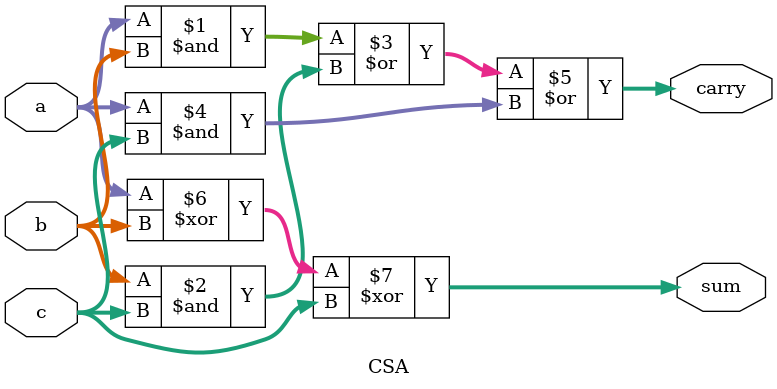
<source format=v>
module CSD_CSA0(
input [15:0] x,
output [31:0] y);

wire [26:0] x_ext = {{11{x[15]}}, x};
wire [26:0] term1 = -(x_ext << 10);
wire [26:0] term2 = x_ext << 8;
wire [26:0] term3 = -(x_ext << 6);
wire [26:0] term4 = -(x_ext << 2);
wire [26:0] term5 = x_ext;

wire [26:0] s1,c1,s2,c2;
CSA #(27) CSA_1(.a(term1) ,.b(term2) ,.c(term3) ,.sum(s1) ,.carry(c1));
CSA #(27) CSA_2(.a(term4) ,.b(term5) ,.c(27'b0) ,.sum(s2) ,.carry(c2));


wire [27:0] s1_ext,c1_ext,s2_ext;
assign s1_ext = {s1[26],s1};
assign c1_ext = {c1,1'b0};
assign s2_ext = {s2[26],s2};
wire [27:0] s3,c3;
CSA #(28) CSA_3(.a(s1_ext) ,.b(s2_ext) ,.c(c1_ext) ,.sum(s3) ,.carry(c3));

wire [28:0] s3_ext,c2_ext,c3_ext;
assign s3_ext = {s3[27],s3};
assign c2_ext = {c2[26],c2,1'b0};
assign c3_ext = {c3,1'b0};
wire [28:0] s4,c4,sum;
CSA #(29) CSA_4(.a(s3_ext) ,.b(c2_ext) ,.c(c3_ext) ,.sum(s4) ,.carry(c4));

assign sum = s4 + (c4 << 1);
assign y = {{3{sum[28]}},sum};

endmodule

module CSD_CSA1(
input [15:0] x,
output [31:0] y);

wire [23:0] x_ext = {{8{x[15]}}, x};
wire [23:0] term1 = -(x_ext << 7);
wire [23:0] term2 = -(x_ext << 4);  
wire [23:0] term3 = -(x_ext << 1); 


wire [23:0] s1,c1,sum;
CSA #(24) CSA_1(.a(term1) ,.b(term2) ,.c(term3) ,.sum(s1) ,.carry(c1));

assign sum = s1 + (c1 << 1);
assign y = {{8{sum[23]}},sum};

endmodule


module CSD_CSA2(
    input  [15:0] x,
    output  [31:0] y
);

wire  [27:0] x_ext = {{12{x[15]}}, x};
    
wire  [27:0] term1 = x_ext << 10; 
wire  [27:0] term2 =   x_ext << 8;   
wire  [27:0] term3 =  -(x_ext << 6);   
wire  [27:0] term4 =  x_ext << 2;
wire  [27:0] term5 =  x_ext;

wire [27:0] s1,c1,s2,c2;
CSA #(28) CSA_1(.a(term1) ,.b(term2) ,.c(term3) ,.sum(s1) ,.carry(c1));
CSA #(28) CSA_2(.a(term4) ,.b(term5) ,.c(28'b0) ,.sum(s2) ,.carry(c2));

wire [28:0] s1_ext,s2_ext,c1_ext;
assign s1_ext = {s1[27],s1};
assign c1_ext = {c1,1'b0};
assign s2_ext = {s2[27],s2};
wire [28:0] s3,c3;
CSA #(29) CSA_3(.a(s1_ext) ,.b(s2_ext) ,.c(c1_ext) ,.sum(s3) ,.carry(c3));

wire [29:0] s3_ext,c2_ext,c3_ext;
assign s3_ext = {s3[28],s3};
assign c2_ext = {c2[27],c2,1'b0};
assign c3_ext = {c3,1'b0};
wire [29:0] s4,c4,sum;
CSA #(30) CSA_4(.a(s3_ext) ,.b(c2_ext) ,.c(c3_ext) ,.sum(s4) ,.carry(c4));

assign sum = s4 + (c4 << 1);
assign y = {{2{sum[29]}},sum};


endmodule

module CSD_CSA3(
    input  [15:0] x,
    output  [31:0] y
);

wire  [24:0] x_ext = {{9{x[15]}}, x};
wire  [24:0] term1 = x_ext << 9;
wire  [24:0] term2 = -(x_ext << 7);
wire  [24:0] term3 = -(x_ext << 4);  
wire  [24:0] term4 = -x_ext;     

wire [24:0] s1, c1;
CSA #(25) CSA_1(
    .a(term1),
    .b(term2),
    .c(term3),
    .sum(s1),
    .carry(c1)
);

wire [25:0] s1_ext = {s1[24], s1};
wire [25:0] c1_ext = {c1, 1'b0};
wire [25:0] term4_ext = {term4[24], term4};

wire [25:0] s2, c2,sum;
CSA #(26) CSA_2(
    .a(s1_ext),
    .b(c1_ext),
    .c(term4_ext),
    .sum(s2),
    .carry(c2)
);
assign sum = s2 + (c2 << 1);
assign y = {{7{sum[25]}},sum};

endmodule

module CSD_CSA4(
input  [15:0] x,
output  [31:0] y);

wire  [27:0] x_ext = {{12{x[15]}}, x};
    
wire  [27:0] term1 = -(x_ext << 11); 
wire  [27:0] term2 =   x_ext << 7;   
wire  [27:0] term3 =  -(x_ext << 5);   
wire  [27:0] term4 =  -(x_ext << 3);
wire  [27:0] term5 =  -x_ext;

wire [27:0] s1,c1,s2,c2;
CSA #(28) CSA_1(.a(term1) ,.b(term2) ,.c(term3) ,.sum(s1) ,.carry(c1));
CSA #(28) CSA_2(.a(term4) ,.b(term5) ,.c(28'b0) ,.sum(s2) ,.carry(c2));

wire [28:0] s1_ext,s2_ext,c1_ext;
assign s1_ext = {s1[27],s1};
assign c1_ext = {c1,1'b0};
assign s2_ext = {s2[27],s2};
wire [28:0] s3,c3;
CSA #(29) CSA_3(.a(s1_ext) ,.b(s2_ext) ,.c(c1_ext) ,.sum(s3) ,.carry(c3));

wire [29:0] s3_ext,c2_ext,c3_ext;
assign s3_ext = {s3[28],s3};
assign c2_ext = {c2[27],c2,1'b0};
assign c3_ext = {c3,1'b0};
wire [29:0] s4,c4,sum;
CSA #(30) CSA_4(.a(s3_ext) ,.b(c2_ext) ,.c(c3_ext) ,.sum(s4) ,.carry(c4));

assign sum = s4 + (c4 << 1);
assign y = {{2{sum[29]}},sum};
endmodule

module CSD_CSA5(
input [15:0] x,
output [31:0] y);

wire [26:0] x_ext = {{11{x[15]}}, x};
    
wire [26:0] term1 = -(x_ext << 10);
wire [26:0] term2 = x_ext << 2;
wire [26:0] term3 = -x_ext;

wire [26:0] s1,c1,sum;
CSA #(27) CSA_1(.a(term1) ,.b(term2) ,.c(term3) ,.sum(s1) ,.carry(c1));

assign sum = s1 + (c1 << 1);
assign y = {{5{sum[26]}},sum};
endmodule

module CSD_CSA6(
    input  [15:0] x,
    output  [31:0] y
);

wire  [27:0] x_ext = {{12{x[15]}}, x};
wire  [27:0] term1 = x_ext << 12; 
wire  [27:0] term2 = -(x_ext << 10);   
wire  [27:0] term3 =  x_ext << 7;
wire  [27:0] term4 = x_ext << 5;  
wire  [27:0] term5 = -(x_ext << 3);  
wire  [27:0] term6 = x_ext << 1;  

wire [27:0] s1,c1,s2,c2;
CSA #(28) CSA_1(.a(term1) ,.b(term2) ,.c(term3) ,.sum(s1) ,.carry(c1));
CSA #(28) CSA_2(.a(term4) ,.b(term5) ,.c(term6) ,.sum(s2) ,.carry(c2));

wire [28:0] s1_ext,s2_ext,c1_ext;
assign s1_ext = {s1[27],s1};
assign c1_ext = {c1,1'b0};
assign s2_ext = {s2[27],s2};
wire [28:0] s3,c3;
CSA #(29) CSA_3(.a(s1_ext) ,.b(s2_ext) ,.c(c1_ext) ,.sum(s3) ,.carry(c3));

wire [29:0] s3_ext,c2_ext,c3_ext;
assign s3_ext = {s3[28],s3};
assign c2_ext = {c2[27],c2,1'b0};
assign c3_ext = {c3,1'b0};
wire [29:0] s4,c4,sum;
CSA #(30) CSA_4(.a(s3_ext) ,.b(c2_ext) ,.c(c3_ext) ,.sum(s4) ,.carry(c4));


assign sum = s4 + (c4 << 1);
assign y = {{3{sum[29]}},sum};


endmodule

module CSD_CSA7(
input [15:0] x,
output [31:0] y);

wire  [27:0] x_ext = {{11{x[15]}}, x};

wire  [27:0] term1 =   x_ext << 11;
wire  [27:0] term2 = x_ext << 8;  
wire  [27:0] term3 = -(x_ext << 6);  
wire  [27:0] term4 = x_ext << 1;  

wire [27:0] s1, c1;
CSA #(28) CSA_1(
    .a(term1),
    .b(term2),
    .c(term3),
    .sum(s1),
    .carry(c1)
);

wire [28:0] s1_ext = {s1[27], s1};
wire [28:0] c1_ext = {c1, 1'b0};
wire [28:0] term4_ext = {term4[27], term4};

wire [28:0] s2, c2,sum;
CSA #(29) CSA_2(
    .a(s1_ext),
    .b(c1_ext),
    .c(term4_ext),
    .sum(s2),
    .carry(c2)
);
assign sum = s2 + (c2 << 1);
assign y = {{4{sum[27]}},sum};

endmodule

module CSD_CSA8(
input  [15:0] x,
output  [31:0] y);

wire  [28:0] x_ext = {{13{x[15]}}, x};
wire  [28:0] term1 = -(x_ext << 12); 
wire  [28:0] term2 = -(x_ext << 10);   
wire  [28:0] term3 = -(x_ext << 8);
wire  [28:0] term4 = -(x_ext << 5);  
wire  [28:0] term5 = -(x_ext << 3);  
wire  [28:0] term6 = x_ext;  

wire [28:0] s1,c1,s2,c2;
CSA #(29) CSA_1(.a(term1) ,.b(term2) ,.c(term3) ,.sum(s1) ,.carry(c1));
CSA #(29) CSA_2(.a(term4) ,.b(term5) ,.c(term6) ,.sum(s2) ,.carry(c2));

wire [29:0] s1_ext,s2_ext,c1_ext;
assign s1_ext = {s1[28],s1};
assign c1_ext = {c1,1'b0};
assign s2_ext = {s2[28],s2};
wire [29:0] s3,c3;
CSA #(30) CSA_3(.a(s1_ext) ,.b(s2_ext) ,.c(c1_ext) ,.sum(s3) ,.carry(c3));

wire [30:0] s3_ext,c2_ext,c3_ext;
assign s3_ext = {s3[29],s3};
assign c2_ext = {c2[28],c2,1'b0};
assign c3_ext = {c3,1'b0};
wire [30:0] s4,c4,sum;
CSA #(31) CSA_4(.a(s3_ext) ,.b(c2_ext) ,.c(c3_ext) ,.sum(s4) ,.carry(c4));


assign sum = s4 + (c4 << 1);
assign y = {{2{sum[30]}},sum};

endmodule


module CSD_CSA9(
input  [15:0] x,
output  [31:0] y);

wire  [29:0] x_ext = {{14{x[15]}}, x};
wire  [29:0] term1 = -(x_ext << 13); 
wire  [29:0] term2 = x_ext << 11;   
wire  [29:0] term3 = x_ext << 9;
wire  [29:0] term4 = x_ext << 6;  
wire  [29:0] term5 = x_ext << 4;  
wire  [29:0] term6 = x_ext << 2;  

wire [29:0] s1,c1,s2,c2;
CSA #(30) CSA_1(.a(term1) ,.b(term2) ,.c(term3) ,.sum(s1) ,.carry(c1));
CSA #(30) CSA_2(.a(term4) ,.b(term5) ,.c(term6) ,.sum(s2) ,.carry(c2));

wire [30:0] s1_ext,s2_ext,c1_ext;
assign s1_ext = {s1[29],s1};
assign c1_ext = {c1,1'b0};
assign s2_ext = {s2[29],s2};
wire [30:0] s3,c3;
CSA #(31) CSA_3(.a(s1_ext) ,.b(s2_ext) ,.c(c1_ext) ,.sum(s3) ,.carry(c3));

wire [31:0] s3_ext,c2_ext,c3_ext;
assign s3_ext = {s3[30],s3};
assign c2_ext = {c2[29],c2,1'b0};
assign c3_ext = {c3,1'b0};
wire [31:0] s4,c4;
CSA #(32) CSA_4(.a(s3_ext) ,.b(c2_ext) ,.c(c3_ext) ,.sum(s4) ,.carry(c4));


assign y = s4 + (c4 << 1);

endmodule

module CSD_CSA10(
input  [15:0] x,
output  [31:0] y);

wire  [29:0] x_ext = {{14{x[15]}}, x};
wire  [29:0] term1 = x_ext << 14; 
wire  [29:0] term2 = -(x_ext << 12); 
wire  [29:0] term3 = x_ext << 8;   
wire  [29:0] term4 = -(x_ext << 6);
wire  [29:0] term5 = x_ext << 4;  
wire  [29:0] term6 = -(x_ext << 2) ; 
wire  [29:0] term7 = -x_ext;

wire [29:0] s1,c1,s2,c2;
CSA #(30) CSA_1(.a(term1) ,.b(term2) ,.c(term3) ,.sum(s1) ,.carry(c1));
CSA #(30) CSA_2(.a(term4) ,.b(term5) ,.c(term6) ,.sum(s2) ,.carry(c2));

wire [30:0] s1_ext,s2_ext,c1_ext,c2_ext;
assign s1_ext = {s1[29],s1};
assign c1_ext = {c1,1'b0};
assign s2_ext = {s2[29],s2};
assign c2_ext = {c2,1'b0};
wire [30:0] s3,c3,s4,c4;
CSA #(31) CSA_3(.a(s1_ext) ,.b(s2_ext) ,.c(c1_ext) ,.sum(s3) ,.carry(c3));
CSA #(31) CSA_4(.a({term7[29],term7}) ,.b(31'b0) ,.c(c2_ext) ,.sum(s4) ,.carry(c4));

wire [31:0] s3_ext,c3_ext,c4_ext;
assign s3_ext = {s3[30],s3};
assign c3_ext = {c3,1'b0};
assign c4_ext = {c4,1'b0};
wire [31:0] s5,c5;
CSA #(32) CSA_5(.a(s3_ext) ,.b(c3_ext) ,.c(c4_ext) ,.sum(s5) ,.carry(c5));

wire [32:0] s5_ext,c5_ext,s4_ext;
assign s5_ext = {s5[31],s5};
assign c5_ext = {c5,1'b0};
assign s4_ext = {{2{s4[30]}},s4};
wire [32:0] s6,c6,sum;
CSA #(33) CSA_6(.a(s4_ext) ,.b(c5_ext) ,.c(s5_ext) ,.sum(s6) ,.carry(c6));

assign y = s6 + (c6 << 1);
endmodule


module CSD_CSA11(
    input  [15:0] x,
    output  [31:0] y
);

wire  [30:0] x_ext = {{15{x[15]}}, x};

wire  [30:0] term1 =   x_ext << 15;
wire  [30:0] term2 = x_ext << 10;  
wire  [30:0] term3 = -(x_ext << 3);  
wire  [30:0] term4 = -(x_ext << 1);  

wire [30:0] s1, c1;
CSA #(31) CSA_1(
    .a(term1),
    .b(term2),
    .c(term3),
    .sum(s1),
    .carry(c1)
);

wire [31:0] s1_ext = {s1[30], s1};
wire [31:0] c1_ext = {c1, 1'b0};
wire [31:0] term4_ext = {term4[30], term4};

wire [31:0] s2, c2;
CSA #(32) CSA_2(
    .a(s1_ext),
    .b(c1_ext),
    .c(term4_ext),
    .sum(s2),
    .carry(c2)
);
assign y = s2 + (c2 << 1);
endmodule

module CSD_CSA12(
input [16:0] x,
output [32:0] y);

wire [26:0] x_ext = {{10{x[16]}}, x};
    
wire [26:0] term1 = x_ext << 9;
wire [26:0] term2 = -(x_ext << 7);
wire [26:0] term3 = x_ext << 1;

wire [26:0] s1,c1,sum;
CSA #(27) CSA_1(.a(term1) ,.b(term2) ,.c(term3) ,.sum(s1) ,.carry(c1));

assign sum = s1 + (c1 << 1);
assign y = {{6{sum[26]}},sum};
endmodule

module CSD_CSA13(
    input  [16:0] x,
    output  [32:0] y
);

wire  [29:0] x_ext = {{13{x[16]}}, x};
wire  [29:0] term1 = x_ext << 13; 
wire  [29:0] term2 = -(x_ext << 10);   
wire  [29:0] term3 = -(x_ext << 7);
wire  [29:0] term4 = x_ext << 5;  
wire  [29:0] term5 = x_ext << 2;  
wire  [29:0] term6 = x_ext;  

wire [29:0] s1,c1,s2,c2;
CSA #(30) CSA_1(.a(term1) ,.b(term2) ,.c(term3) ,.sum(s1) ,.carry(c1));
CSA #(30) CSA_2(.a(term4) ,.b(term5) ,.c(term6) ,.sum(s2) ,.carry(c2));

wire [30:0] s1_ext,s2_ext,c1_ext;
assign s1_ext = {s1[29],s1};
assign c1_ext = {c1,1'b0};
assign s2_ext = {s2[29],s2};
wire [30:0] s3,c3;
CSA #(31) CSA_3(.a(s1_ext) ,.b(s2_ext) ,.c(c1_ext) ,.sum(s3) ,.carry(c3));

wire [31:0] s3_ext,c2_ext,c3_ext;
assign s3_ext = {s3[30],s3};
assign c2_ext = {c2[29],c2,1'b0};
assign c3_ext = {c3,1'b0};
wire [31:0] s4,c4,sum;
CSA #(32) CSA_4(.a(s3_ext) ,.b(c2_ext) ,.c(c3_ext) ,.sum(s4) ,.carry(c4));

assign sum = s4 + (c4 << 1);
assign y = {{2{sum[31]}},sum};
endmodule

module CSD_CSA14(
input [16:0] x,
output [32:0] y);

wire [28:0] x_ext = {{12{x[16]}}, x};
wire [28:0] term1 = x_ext << 10;
wire [28:0] term2 = x_ext << 8;
wire [28:0] term3 = -(x_ext << 6);
wire [28:0] term4 =   x_ext << 3;
wire [28:0] term5 = -(x_ext << 1);

wire [28:0] s1,c1,s2,c2;
CSA #(29) CSA_1(.a(term1) ,.b(term2) ,.c(term3) ,.sum(s1) ,.carry(c1));
CSA #(29) CSA_2(.a(term4) ,.b(term5) ,.c(29'b0) ,.sum(s2) ,.carry(c2));


wire [29:0] s1_ext,c1_ext,s2_ext;
assign s1_ext = {s1[28],s1};
assign c1_ext = {c1,1'b0};
assign s2_ext = {s2[28],s2};
wire [29:0] s3,c3;
CSA #(30) CSA_3(.a(s1_ext) ,.b(s2_ext) ,.c(c1_ext) ,.sum(s3) ,.carry(c3));

wire [30:0] s3_ext,c2_ext,c3_ext;
assign s3_ext = {s3[29],s3};
assign c2_ext = {c2[28],c2,1'b0};
assign c3_ext = {c3,1'b0};
wire [30:0] s4,c4,sum;
CSA #(31) CSA_4(.a(s3_ext) ,.b(c2_ext) ,.c(c3_ext) ,.sum(s4) ,.carry(c4));

assign sum = s4 + (c4 << 1);
assign y = {{2{sum[30]}},sum};

endmodule

module CSD_CSA15(
    input  [16:0] x,
    output  [32:0] y
);

wire  [26:0] x_ext = {{10{x[16]}}, x};
wire  [26:0] term1 = x_ext << 8;
wire  [26:0] term2 = -(x_ext << 5);
wire  [26:0] term3 = -(x_ext << 2);  
wire  [26:0] term4 = x_ext;     

wire [26:0] s1, c1;
CSA #(27) CSA_1(
    .a(term1),
    .b(term2),
    .c(term3),
    .sum(s1),
    .carry(c1)
);

wire [27:0] s1_ext = {s1[26], s1};
wire [27:0] c1_ext = {c1, 1'b0};
wire [27:0] term4_ext = {term4[26], term4};

wire [27:0] s2, c2,sum;
CSA #(28) CSA_2(
    .a(s1_ext),
    .b(c1_ext),
    .c(term4_ext),
    .sum(s2),
    .carry(c2)
);
assign sum = s2 + (c2 << 1);
assign y = {{5{sum[27]}},sum};

endmodule

module CSD_CSA16(
    input  [16:0] x,
    output  [32:0] y
);

wire  [31:0] x_ext = {{15{x[16]}}, x};
wire  [31:0] term1 = x_ext << 15; 
wire  [31:0] term2 = -(x_ext << 12);   
wire  [31:0] term3 = -(x_ext << 9);
wire  [31:0] term4 = x_ext << 6;  
wire  [31:0] term5 = x_ext << 3;  
wire  [31:0] term6 = x_ext << 1;  

wire [31:0] s1,c1,s2,c2;
CSA #(32) CSA_1(.a(term1) ,.b(term2) ,.c(term3) ,.sum(s1) ,.carry(c1));
CSA #(32) CSA_2(.a(term4) ,.b(term5) ,.c(term6) ,.sum(s2) ,.carry(c2));

wire [32:0] s1_ext,s2_ext,c1_ext;
assign s1_ext = {s1[31],s1};
assign c1_ext = {c1,1'b0};
assign s2_ext = {s2[31],s2};
wire [32:0] s3,c3;
CSA #(33) CSA_3(.a(s1_ext) ,.b(s2_ext) ,.c(c1_ext) ,.sum(s3) ,.carry(c3));

wire [33:0] s3_ext,c2_ext,c3_ext;
assign s3_ext = {s3[32],s3};
assign c2_ext = {c2[31],c2,1'b0};
assign c3_ext = {c3,1'b0};
wire [33:0] s4,c4;
CSA #(34) CSA_4(.a(s3_ext) ,.b(c2_ext) ,.c(c3_ext) ,.sum(s4) ,.carry(c4));

assign y = s4 + (c4 << 1);
endmodule

module CSD_CSA17(
    input  [16:0] x,
    output  [32:0] y
);

wire  [26:0] x_ext = {{10{x[16]}}, x};
wire  [26:0] term1 = x_ext << 10;
wire  [26:0] term2 = x_ext << 8;
wire  [26:0] term3 = -(x_ext << 4);  
wire  [26:0] term4 = x_ext << 1;     

wire [26:0] s1, c1;
CSA #(27) CSA_1(
    .a(term1),
    .b(term2),
    .c(term3),
    .sum(s1),
    .carry(c1)
);

wire [27:0] s1_ext = {s1[26], s1};
wire [27:0] c1_ext = {c1, 1'b0};
wire [27:0] term4_ext = {term4[26], term4};

wire [27:0] s2, c2,sum;
CSA #(28) CSA_2(
    .a(s1_ext),
    .b(c1_ext),
    .c(term4_ext),
    .sum(s2),
    .carry(c2)
);
assign sum = s2 + (c2 << 1);
assign y = {{5{sum[27]}},sum};
endmodule

module CSD_CSA18(
    input  [16:0] x,
    output  [32:0] y
);

wire  [27:0] x_ext = {{11{x[16]}}, x};
wire  [27:0] term1 = -(x_ext << 10);
wire  [27:0] term2 = -(x_ext << 7);
wire  [27:0] term3 = -(x_ext << 4);  
wire  [27:0] term4 = x_ext << 1;     

wire [27:0] s1, c1;
CSA #(28) CSA_1(
    .a(term1),
    .b(term2),
    .c(term3),
    .sum(s1),
    .carry(c1)
);

wire [28:0] s1_ext = {s1[27], s1};
wire [28:0] c1_ext = {c1, 1'b0};
wire [28:0] term4_ext = {term4[27], term4};

wire [28:0] s2, c2,sum;
CSA #(29) CSA_2(
    .a(s1_ext),
    .b(c1_ext),
    .c(term4_ext),
    .sum(s2),
    .carry(c2)
);
assign sum = s2 + (c2 << 1);
assign y = {{4{sum[28]}},sum};

endmodule

module CSD_CSA19(
input [16:0] x,
output [32:0] y);

wire [29:0] x_ext = {{13{x[16]}}, x};
wire [29:0] term1 = x_ext << 13;
wire [29:0] term2 = -(x_ext << 10);
wire [29:0] term3 = -(x_ext << 8);
wire [29:0] term4 =   x_ext << 5;
wire [29:0] term5 = -x_ext;

wire [29:0] s1,c1,s2,c2;
CSA #(30) CSA_1(.a(term1) ,.b(term2) ,.c(term3) ,.sum(s1) ,.carry(c1));
CSA #(30) CSA_2(.a(term4) ,.b(term5) ,.c(30'b0) ,.sum(s2) ,.carry(c2));

wire [30:0] s1_ext,c1_ext,s2_ext;
assign s1_ext = {s1[29],s1};
assign c1_ext = {c1,1'b0};
assign s2_ext = {s2[29],s2};
wire [30:0] s3,c3;
CSA #(31) CSA_3(.a(s1_ext) ,.b(s2_ext) ,.c(c1_ext) ,.sum(s3) ,.carry(c3));

wire [31:0] s3_ext,c2_ext,c3_ext;
assign s3_ext = {s3[30],s3};
assign c2_ext = {c2[29],c2,1'b0};
assign c3_ext = {c3,1'b0};
wire [31:0] s4,c4,sum;
CSA #(32) CSA_4(.a(s3_ext) ,.b(c2_ext) ,.c(c3_ext) ,.sum(s4) ,.carry(c4));

assign sum = s4 + (c4 << 1);
assign y = {sum[31],sum};
endmodule

module CSD_CSA20(
input [16:0] x,
output [32:0] y);

wire [28:0] x_ext = {{12{x[16]}}, x};
wire [28:0] term1 = x_ext << 12;
wire [28:0] term2 = x_ext << 9;
wire [28:0] term3 = -(x_ext << 7);
wire [28:0] term4 = -(x_ext << 5);
wire [28:0] term5 = -x_ext;

wire [28:0] s1,c1,s2,c2;
CSA #(29) CSA_1(.a(term1) ,.b(term2) ,.c(term3) ,.sum(s1) ,.carry(c1));
CSA #(29) CSA_2(.a(term4) ,.b(term5) ,.c(29'b0) ,.sum(s2) ,.carry(c2));

wire [29:0] s1_ext,c1_ext,s2_ext;
assign s1_ext = {s1[28],s1};
assign c1_ext = {c1,1'b0};
assign s2_ext = {s2[28],s2};
wire [29:0] s3,c3;
CSA #(30) CSA_3(.a(s1_ext) ,.b(s2_ext) ,.c(c1_ext) ,.sum(s3) ,.carry(c3));

wire [30:0] s3_ext,c2_ext,c3_ext;
assign s3_ext = {s3[29],s3};
assign c2_ext = {c2[28],c2,1'b0};
assign c3_ext = {c3,1'b0};
wire [30:0] s4,c4,sum;
CSA #(31) CSA_4(.a(s3_ext) ,.b(c2_ext) ,.c(c3_ext) ,.sum(s4) ,.carry(c4));

assign sum = s4 + (c4 << 1);
assign y = {{2{sum[30]}},sum};

endmodule

module CSD_CSA21(
input [16:0] x,
output [32:0] y);

wire [28:0] x_ext = {{12{x[16]}}, x};
wire [28:0] term1 = -(x_ext << 10);
wire [28:0] term2 = x_ext << 6;
wire [28:0] term3 = -(x_ext << 4);
wire [28:0] term4 = -(x_ext << 2);
wire [28:0] term5 = -x_ext;

wire [28:0] s1,c1,s2,c2;
CSA #(29) CSA_1(.a(term1) ,.b(term2) ,.c(term3) ,.sum(s1) ,.carry(c1));
CSA #(29) CSA_2(.a(term4) ,.b(term5) ,.c(29'b0) ,.sum(s2) ,.carry(c2));

wire [29:0] s1_ext,c1_ext,s2_ext;
assign s1_ext = {s1[28],s1};
assign c1_ext = {c1,1'b0};
assign s2_ext = {s2[28],s2};
wire [29:0] s3,c3;
CSA #(30) CSA_3(.a(s1_ext) ,.b(s2_ext) ,.c(c1_ext) ,.sum(s3) ,.carry(c3));

wire [30:0] s3_ext,c2_ext,c3_ext;
assign s3_ext = {s3[29],s3};
assign c2_ext = {c2[28],c2,1'b0};
assign c3_ext = {c3,1'b0};
wire [30:0] s4,c4,sum;
CSA #(31) CSA_4(.a(s3_ext) ,.b(c2_ext) ,.c(c3_ext) ,.sum(s4) ,.carry(c4));

assign sum = s4 + (c4 << 1);
assign y = {{2{sum[30]}},sum};
endmodule

module CSD_CSA22(
input  [16:0] x,
output  [32:0] y);

wire  [31:0] x_ext = {{15{x[16]}}, x};
wire  [31:0] term1 = -(x_ext << 14); 
wire  [31:0] term2 = x_ext << 12; 
wire  [31:0] term3 = x_ext << 10;   
wire  [31:0] term4 = x_ext << 8;
wire  [31:0] term5 = x_ext << 6;  
wire  [31:0] term6 = -(x_ext << 4); 
wire  [31:0] term7 = -(x_ext << 2);
wire  [31:0] term8 = x_ext;

wire [31:0] s1,c1,s2,c2;
CSA #(32) CSA_1(.a(term1) ,.b(term2) ,.c(term3) ,.sum(s1) ,.carry(c1));
CSA #(32) CSA_2(.a(term4) ,.b(term5) ,.c(term6) ,.sum(s2) ,.carry(c2));

wire [32:0] s1_ext,s2_ext,c1_ext,c2_ext;
assign s1_ext = {s1[31],s1};
assign c1_ext = {c1,1'b0};
assign s2_ext = {s2[31],s2};
assign c2_ext = {c2,1'b0};
wire [32:0] s3,c3,s4,c4;
CSA #(33) CSA_3(.a(s1_ext) ,.b(s2_ext) ,.c(c1_ext) ,.sum(s3) ,.carry(c3));
CSA #(33) CSA_4(.a({term7[31],term7}) ,.b({term8[31],term8}) ,.c(c2_ext) ,.sum(s4) ,.carry(c4));

wire [33:0] s3_ext,c3_ext,c4_ext;
assign s3_ext = {s3[32],s3};
assign c3_ext = {c3,1'b0};
assign c4_ext = {c4,1'b0};
wire [33:0] s5,c5;
CSA #(34) CSA_5(.a(s3_ext) ,.b(c3_ext) ,.c(c4_ext) ,.sum(s5) ,.carry(c5));

wire [34:0] s5_ext,c5_ext,s4_ext;
assign s5_ext = {s5[33],s5};
assign c5_ext = {c5,1'b0};
assign s4_ext = {{2{s4[32]}},s4};
wire [34:0] s6,c6,sum;
CSA #(35) CSA_6(.a(s4_ext) ,.b(c5_ext) ,.c(s5_ext) ,.sum(s6) ,.carry(c6));

assign y = s6 + (c6 << 1);
endmodule

module CSD_CSA23(
    input  [16:0] x,
    output  [32:0] y
);

wire  [31:0] x_ext = {{15{x[16]}}, x};
wire  [31:0] term1 = x_ext << 13; 
wire  [31:0] term2 = -(x_ext << 11);   
wire  [31:0] term3 = -(x_ext << 9);
wire  [31:0] term4 = -(x_ext << 7);  
wire  [31:0] term5 = -(x_ext << 5);  
wire  [31:0] term6 = -(x_ext << 2);  

wire [31:0] s1,c1,s2,c2;
CSA #(32) CSA_1(.a(term1) ,.b(term2) ,.c(term3) ,.sum(s1) ,.carry(c1));
CSA #(32) CSA_2(.a(term4) ,.b(term5) ,.c(term6) ,.sum(s2) ,.carry(c2));

wire [32:0] s1_ext,s2_ext,c1_ext;
assign s1_ext = {s1[31],s1};
assign c1_ext = {c1,1'b0};
assign s2_ext = {s2[31],s2};
wire [32:0] s3,c3;
CSA #(33) CSA_3(.a(s1_ext) ,.b(s2_ext) ,.c(c1_ext) ,.sum(s3) ,.carry(c3));

wire [33:0] s3_ext,c2_ext,c3_ext;
assign s3_ext = {s3[32],s3};
assign c2_ext = {c2[31],c2,1'b0};
assign c3_ext = {c3,1'b0};
wire [33:0] s4,c4;
CSA #(34) CSA_4(.a(s3_ext) ,.b(c2_ext) ,.c(c3_ext) ,.sum(s4) ,.carry(c4));

assign y = s4 + (c4 << 1);
endmodule

module CSD_CSA24(
input [16:0] x,
output [32:0] y);

wire [29:0] x_ext = {{13{x[16]}}, x};
wire [29:0] term1 = -(x_ext << 12);
wire [29:0] term2 = x_ext << 10;
wire [29:0] term3 = x_ext << 8;
wire [29:0] term4 = x_ext << 4;
wire [29:0] term5 = x_ext << 2;

wire [29:0] s1,c1,s2,c2;
CSA #(30) CSA_1(.a(term1) ,.b(term2) ,.c(term3) ,.sum(s1) ,.carry(c1));
CSA #(30) CSA_2(.a(term4) ,.b(term5) ,.c(30'b0) ,.sum(s2) ,.carry(c2));

wire [30:0] s1_ext,c1_ext,s2_ext;
assign s1_ext = {s1[29],s1};
assign c1_ext = {c1,1'b0};
assign s2_ext = {s2[29],s2};
wire [30:0] s3,c3;
CSA #(31) CSA_3(.a(s1_ext) ,.b(s2_ext) ,.c(c1_ext) ,.sum(s3) ,.carry(c3));

wire [31:0] s3_ext,c2_ext,c3_ext;
assign s3_ext = {s3[30],s3};
assign c2_ext = {c2[29],c2,1'b0};
assign c3_ext = {c3,1'b0};
wire [31:0] s4,c4,sum;
CSA #(32) CSA_4(.a(s3_ext) ,.b(c2_ext) ,.c(c3_ext) ,.sum(s4) ,.carry(c4));

assign sum = s4 + (c4 << 1);
assign y = {sum[31],sum};
endmodule

module CSD_CSA25(
input [16:0] x,
output [32:0] y);

wire [31:0] x_ext = {{15{x[16]}}, x};
wire [31:0] term1 = x_ext << 15;
wire [31:0] term2 = -(x_ext << 12);
wire [31:0] term3 = -(x_ext << 8);
wire [31:0] term4 = -(x_ext << 6);
wire [31:0] term5 = x_ext << 4;

wire [31:0] s1,c1,s2,c2;
CSA #(32) CSA_1(.a(term1) ,.b(term2) ,.c(term3) ,.sum(s1) ,.carry(c1));
CSA #(32) CSA_2(.a(term4) ,.b(term5) ,.c(32'b0) ,.sum(s2) ,.carry(c2));


wire [32:0] s1_ext,c1_ext,s2_ext;
assign s1_ext = {s1[31],s1};
assign c1_ext = {c1,1'b0};
assign s2_ext = {s2[31],s2};
wire [32:0] s3,c3;
CSA #(33) CSA_3(.a(s1_ext) ,.b(s2_ext) ,.c(c1_ext) ,.sum(s3) ,.carry(c3));

wire [33:0] s3_ext,c2_ext,c3_ext;
assign s3_ext = {s3[32],s3};
assign c2_ext = {c2[31],c2,1'b0};
assign c3_ext = {c3,1'b0};
wire [33:0] s4,c4;
CSA #(34) CSA_4(.a(s3_ext) ,.b(c2_ext) ,.c(c3_ext) ,.sum(s4) ,.carry(c4));

assign y = s4 + (c4 << 1);

endmodule

module CSD_CSA26(
input [16:0] x,
output [32:0] y);

wire [28:0] x_ext = {{12{x[16]}}, x};
wire [28:0] term1 = x_ext << 11;
wire [28:0] term2 = x_ext << 9;
wire [28:0] term3 = x_ext << 6;
wire [28:0] term4 = -(x_ext << 4);
wire [28:0] term5 = x_ext;

wire [28:0] s1,c1,s2,c2;
CSA #(29) CSA_1(.a(term1) ,.b(term2) ,.c(term3) ,.sum(s1) ,.carry(c1));
CSA #(29) CSA_2(.a(term4) ,.b(term5) ,.c(29'b0) ,.sum(s2) ,.carry(c2));

wire [29:0] s1_ext,c1_ext,s2_ext;
assign s1_ext = {s1[28],s1};
assign c1_ext = {c1,1'b0};
assign s2_ext = {s2[28],s2};
wire [29:0] s3,c3;
CSA #(30) CSA_3(.a(s1_ext) ,.b(s2_ext) ,.c(c1_ext) ,.sum(s3) ,.carry(c3));

wire [30:0] s3_ext,c2_ext,c3_ext;
assign s3_ext = {s3[29],s3};
assign c2_ext = {c2[28],c2,1'b0};
assign c3_ext = {c3,1'b0};
wire [30:0] s4,c4,sum;
CSA #(31) CSA_4(.a(s3_ext) ,.b(c2_ext) ,.c(c3_ext) ,.sum(s4) ,.carry(c4));

assign sum = s4 + (c4 << 1);
assign y = {{2{sum[30]}},sum};
endmodule

module CSD_CSA27(
    input  [16:0] x,
    output  [33:0] y
);

wire  [31:0] x_ext = {{15{x[16]}}, x};
wire  [31:0] term1 = x_ext << 11; 
wire  [31:0] term2 = -(x_ext << 9);   
wire  [31:0] term3 = x_ext << 6;
wire  [31:0] term4 = -(x_ext << 4);  
wire  [31:0] term5 = x_ext << 2;  
wire  [31:0] term6 = -x_ext;  

wire [31:0] s1,c1,s2,c2;
CSA #(32) CSA_1(.a(term1) ,.b(term2) ,.c(term3) ,.sum(s1) ,.carry(c1));
CSA #(32) CSA_2(.a(term4) ,.b(term5) ,.c(term6) ,.sum(s2) ,.carry(c2));

wire [32:0] s1_ext,s2_ext,c1_ext;
assign s1_ext = {s1[31],s1};
assign c1_ext = {c1,1'b0};
assign s2_ext = {s2[31],s2};
wire [32:0] s3,c3;
CSA #(33) CSA_3(.a(s1_ext) ,.b(s2_ext) ,.c(c1_ext) ,.sum(s3) ,.carry(c3));

wire [33:0] s3_ext,c2_ext,c3_ext;
assign s3_ext = {s3[32],s3};
assign c2_ext = {c2[31],c2,1'b0};
assign c3_ext = {c3,1'b0};
wire [33:0] s4,c4;
CSA #(34) CSA_4(.a(s3_ext) ,.b(c2_ext) ,.c(c3_ext) ,.sum(s4) ,.carry(c4));

assign y = s4 + (c4 << 1);
endmodule

module CSD_CSA28(
input  [16:0] x,
output  [33:0] y);

wire  [32:0] x_ext = {{16{x[16]}}, x};
wire  [32:0] term1 = x_ext << 16; 
wire  [32:0] term2 = -(x_ext << 14); 
wire  [32:0] term3 = -(x_ext << 12);   
wire  [32:0] term4 = x_ext << 10;
wire  [32:0] term5 = x_ext << 8;  
wire  [32:0] term6 = -(x_ext << 6) ; 
wire  [32:0] term7 = x_ext;

wire [32:0] s1,c1,s2,c2;
CSA #(33) CSA_1(.a(term1) ,.b(term2) ,.c(term3) ,.sum(s1) ,.carry(c1));
CSA #(33) CSA_2(.a(term4) ,.b(term5) ,.c(term6) ,.sum(s2) ,.carry(c2));

wire [33:0] s1_ext,s2_ext,c1_ext,c2_ext;
assign s1_ext = {s1[32],s1};
assign c1_ext = {c1,1'b0};
assign s2_ext = {s2[32],s2};
assign c2_ext = {c2,1'b0};
wire [33:0] s3,c3,s4,c4;
CSA #(34) CSA_3(.a(s1_ext) ,.b(s2_ext) ,.c(c1_ext) ,.sum(s3) ,.carry(c3));
CSA #(34) CSA_4(.a({term7[32],term7}) ,.b(34'b0) ,.c(c2_ext) ,.sum(s4) ,.carry(c4));

wire [34:0] s3_ext,c3_ext,c4_ext;
assign s3_ext = {s3[33],s3};
assign c3_ext = {c3,1'b0};
assign c4_ext = {c4,1'b0};
wire [34:0] s5,c5;
CSA #(35) CSA_5(.a(s3_ext) ,.b(c3_ext) ,.c(c4_ext) ,.sum(s5) ,.carry(c5));

wire [35:0] s5_ext,c5_ext,s4_ext;
assign s5_ext = {s5[34],s5};
assign c5_ext = {c5,1'b0};
assign s4_ext = {{2{s4[33]}},s4};
wire [35:0] s6,c6,sum;
CSA #(36) CSA_6(.a(s4_ext) ,.b(c5_ext) ,.c(s5_ext) ,.sum(s6) ,.carry(c6));

assign y = s6 + (c6 << 1);
endmodule

module CSD_CSA29(
    input  [16:0] x,
    output  [33:0] y
);

wire  [31:0] x_ext = {{15{x[16]}}, x};
wire  [31:0] term1 = -(x_ext << 12); 
wire  [31:0] term2 = x_ext << 10;   
wire  [31:0] term3 = x_ext << 7;
wire  [31:0] term4 = -(x_ext << 5);  
wire  [31:0] term5 = -(x_ext << 2);  
wire  [31:0] term6 = -x_ext;  

wire [31:0] s1,c1,s2,c2;
CSA #(32) CSA_1(.a(term1) ,.b(term2) ,.c(term3) ,.sum(s1) ,.carry(c1));
CSA #(32) CSA_2(.a(term4) ,.b(term5) ,.c(term6) ,.sum(s2) ,.carry(c2));

wire [32:0] s1_ext,s2_ext,c1_ext;
assign s1_ext = {s1[31],s1};
assign c1_ext = {c1,1'b0};
assign s2_ext = {s2[31],s2};
wire [32:0] s3,c3;
CSA #(33) CSA_3(.a(s1_ext) ,.b(s2_ext) ,.c(c1_ext) ,.sum(s3) ,.carry(c3));

wire [33:0] s3_ext,c2_ext,c3_ext;
assign s3_ext = {s3[32],s3};
assign c2_ext = {c2[31],c2,1'b0};
assign c3_ext = {c3,1'b0};
wire [33:0] s4,c4;
CSA #(34) CSA_4(.a(s3_ext) ,.b(c2_ext) ,.c(c3_ext) ,.sum(s4) ,.carry(c4));

assign y = s4 + (c4 << 1);
endmodule

module CSD_CSA30(
    input  [17:0] x,
    output  [33:0] y
);

wire  [30:0] x_ext = {{13{x[17]}}, x};
wire  [30:0] term1 = x_ext << 9;
wire  [30:0] term2 = x_ext << 7;
wire  [30:0] term3 = -(x_ext << 5);  
wire  [30:0] term4 = -x_ext;     

wire [30:0] s1, c1;
CSA #(31) CSA_1(
    .a(term1),
    .b(term2),
    .c(term3),
    .sum(s1),
    .carry(c1)
);

wire [31:0] s1_ext = {s1[30], s1};
wire [31:0] c1_ext = {c1, 1'b0};
wire [31:0] term4_ext = {term4[30], term4};

wire [31:0] s2, c2,sum;
CSA #(32) CSA_2(
    .a(s1_ext),
    .b(c1_ext),
    .c(term4_ext),
    .sum(s2),
    .carry(c2)
);
assign sum = s2 + (c2 << 1);
assign y = {{2{sum[31]}},sum};

endmodule

module CSD_CSA31(
    input  [17:0] x,
    output  [33:0] y
);

wire  [32:0] x_ext = {{15{x[17]}}, x}; 
wire  [32:0] term1 = x_ext << 15; 
wire  [32:0] term2 = x_ext << 11;   
wire  [32:0] term3 = x_ext << 9;   
wire  [32:0] term4 = -(x_ext << 4);
wire  [32:0] term5 = -x_ext;

wire [32:0] s1,c1,s2,c2;
CSA #(33) CSA_1(.a(term1) ,.b(term2) ,.c(term3) ,.sum(s1) ,.carry(c1));
CSA #(33) CSA_2(.a(term4) ,.b(term5) ,.c(33'b0) ,.sum(s2) ,.carry(c2));

wire [33:0] s1_ext,s2_ext,c1_ext;
assign s1_ext = {s1[32],s1};
assign c1_ext = {c1,1'b0};
assign s2_ext = {s2[32],s2};
wire [33:0] s3,c3;
CSA #(34) CSA_3(.a(s1_ext) ,.b(s2_ext) ,.c(c1_ext) ,.sum(s3) ,.carry(c3));

wire [34:0] s3_ext,c2_ext,c3_ext;
assign s3_ext = {s3[33],s3};
assign c2_ext = {c2[32],c2,1'b0};
assign c3_ext = {c3,1'b0};
wire [34:0] s4,c4;
CSA #(35) CSA_4(.a(s3_ext) ,.b(c2_ext) ,.c(c3_ext) ,.sum(s4) ,.carry(c4));

assign y = s4 + (c4 << 1);
endmodule

module CSD_CSA32(
    input  [17:0] x,
    output  [33:0] y
);

wire  [32:0] x_ext = {{15{x[17]}}, x}; 
wire  [32:0] term1 = x_ext << 11; 
wire  [32:0] term2 = x_ext << 9;   
wire  [32:0] term3 = -(x_ext << 6);   
wire  [32:0] term4 = -(x_ext << 3);
wire  [32:0] term5 = -x_ext;

wire [32:0] s1,c1,s2,c2;
CSA #(33) CSA_1(.a(term1) ,.b(term2) ,.c(term3) ,.sum(s1) ,.carry(c1));
CSA #(33) CSA_2(.a(term4) ,.b(term5) ,.c(33'b0) ,.sum(s2) ,.carry(c2));

wire [33:0] s1_ext,s2_ext,c1_ext;
assign s1_ext = {s1[32],s1};
assign c1_ext = {c1,1'b0};
assign s2_ext = {s2[32],s2};
wire [33:0] s3,c3;
CSA #(34) CSA_3(.a(s1_ext) ,.b(s2_ext) ,.c(c1_ext) ,.sum(s3) ,.carry(c3));

wire [34:0] s3_ext,c2_ext,c3_ext;
assign s3_ext = {s3[33],s3};
assign c2_ext = {c2[32],c2,1'b0};
assign c3_ext = {c3,1'b0};
wire [34:0] s4,c4;
CSA #(35) CSA_4(.a(s3_ext) ,.b(c2_ext) ,.c(c3_ext) ,.sum(s4) ,.carry(c4));

assign y = s4 + (c4 << 1);
endmodule

module CSD_CSA33(
    input  [17:0] x,
    output  [33:0] y
);

wire  [30:0] x_ext = {{13{x[17]}}, x};
wire  [30:0] term1 = -(x_ext << 12);
wire  [30:0] term2 = x_ext << 7;
wire  [30:0] term3 = x_ext << 3;  
wire  [30:0] term4 = -(x_ext << 1);     

wire [30:0] s1, c1;
CSA #(31) CSA_1(
    .a(term1),
    .b(term2),
    .c(term3),
    .sum(s1),
    .carry(c1)
);

wire [31:0] s1_ext = {s1[30], s1};
wire [31:0] c1_ext = {c1, 1'b0};
wire [31:0] term4_ext = {term4[30], term4};

wire [31:0] s2, c2,sum;
CSA #(32) CSA_2(
    .a(s1_ext),
    .b(c1_ext),
    .c(term4_ext),
    .sum(s2),
    .carry(c2)
);
assign sum = s2 + (c2 << 1);
assign y = {{2{sum[31]}},sum};
endmodule

module CSD_CSA34(
    input  [17:0] x,
    output  [33:0] y
);

wire  [32:0] x_ext = {{15{x[17]}}, x}; 
wire  [32:0] term1 = x_ext << 13; 
wire  [32:0] term2 = -(x_ext << 10);   
wire  [32:0] term3 = -(x_ext << 7);   
wire  [32:0] term4 = x_ext << 4;
wire  [32:0] term5 = -x_ext;

wire [32:0] s1,c1,s2,c2;
CSA #(33) CSA_1(.a(term1) ,.b(term2) ,.c(term3) ,.sum(s1) ,.carry(c1));
CSA #(33) CSA_2(.a(term4) ,.b(term5) ,.c(33'b0) ,.sum(s2) ,.carry(c2));

wire [33:0] s1_ext,s2_ext,c1_ext;
assign s1_ext = {s1[32],s1};
assign c1_ext = {c1,1'b0};
assign s2_ext = {s2[32],s2};
wire [33:0] s3,c3;
CSA #(34) CSA_3(.a(s1_ext) ,.b(s2_ext) ,.c(c1_ext) ,.sum(s3) ,.carry(c3));

wire [34:0] s3_ext,c2_ext,c3_ext;
assign s3_ext = {s3[33],s3};
assign c2_ext = {c2[32],c2,1'b0};
assign c3_ext = {c3,1'b0};
wire [34:0] s4,c4;
CSA #(35) CSA_4(.a(s3_ext) ,.b(c2_ext) ,.c(c3_ext) ,.sum(s4) ,.carry(c4));

assign y = s4 + (c4 << 1);
endmodule

module CSD_CSA35(
    input  [17:0] x,
    output  [33:0] y
);

wire  [31:0] x_ext = {{14{x[17]}}, x};
wire  [31:0] term1 = x_ext << 11; 
wire  [31:0] term2 = -(x_ext << 9);   
wire  [31:0] term3 = x_ext << 7;
wire  [31:0] term4 = -(x_ext << 4);  
wire  [31:0] term5 = x_ext << 2;  
wire  [31:0] term6 = -x_ext;  

wire [31:0] s1,c1,s2,c2;
CSA #(32) CSA_1(.a(term1) ,.b(term2) ,.c(term3) ,.sum(s1) ,.carry(c1));
CSA #(32) CSA_2(.a(term4) ,.b(term5) ,.c(term6) ,.sum(s2) ,.carry(c2));

wire [32:0] s1_ext,s2_ext,c1_ext;
assign s1_ext = {s1[31],s1};
assign c1_ext = {c1,1'b0};
assign s2_ext = {s2[31],s2};
wire [32:0] s3,c3;
CSA #(33) CSA_3(.a(s1_ext) ,.b(s2_ext) ,.c(c1_ext) ,.sum(s3) ,.carry(c3));

wire [33:0] s3_ext,c2_ext,c3_ext;
assign s3_ext = {s3[32],s3};
assign c2_ext = {c2[31],c2,1'b0};
assign c3_ext = {c3,1'b0};
wire [33:0] s4,c4;
CSA #(34) CSA_4(.a(s3_ext) ,.b(c2_ext) ,.c(c3_ext) ,.sum(s4) ,.carry(c4));

assign y = s4 + (c4 << 1);
endmodule

module CSD_CSA36(
    input  [17:0] x,
    output  [33:0] y
);

wire  [31:0] x_ext = {{14{x[17]}}, x};
wire  [31:0] term1 = x_ext << 11; 
wire  [31:0] term2 = -(x_ext << 9);   
wire  [31:0] term3 = -(x_ext << 7);
wire  [31:0] term4 = x_ext << 5;  
wire  [31:0] term5 = x_ext << 2;  
wire  [31:0] term6 = -x_ext;  

wire [31:0] s1,c1,s2,c2;
CSA #(32) CSA_1(.a(term1) ,.b(term2) ,.c(term3) ,.sum(s1) ,.carry(c1));
CSA #(32) CSA_2(.a(term4) ,.b(term5) ,.c(term6) ,.sum(s2) ,.carry(c2));

wire [32:0] s1_ext,s2_ext,c1_ext;
assign s1_ext = {s1[31],s1};
assign c1_ext = {c1,1'b0};
assign s2_ext = {s2[31],s2};
wire [32:0] s3,c3;
CSA #(33) CSA_3(.a(s1_ext) ,.b(s2_ext) ,.c(c1_ext) ,.sum(s3) ,.carry(c3));

wire [33:0] s3_ext,c2_ext,c3_ext;
assign s3_ext = {s3[32],s3};
assign c2_ext = {c2[31],c2,1'b0};
assign c3_ext = {c3,1'b0};
wire [33:0] s4,c4;
CSA #(34) CSA_4(.a(s3_ext) ,.b(c2_ext) ,.c(c3_ext) ,.sum(s4) ,.carry(c4));

assign y = s4 + (c4 << 1);
endmodule

module CSD_CSA37(
    input  [18:0] x,
    output  [35:0] y
);

wire  [33:0] x_ext = {{15{x[18]}}, x}; 
wire  [33:0] term1 = x_ext << 12; 
wire  [33:0] term2 = -(x_ext << 10);   
wire  [33:0] term3 = x_ext << 5;   
wire  [33:0] term4 = -(x_ext << 3);
wire  [33:0] term5 = -(x_ext << 1);

wire [33:0] s1,c1,s2,c2;
CSA #(34) CSA_1(.a(term1) ,.b(term2) ,.c(term3) ,.sum(s1) ,.carry(c1));
CSA #(34) CSA_2(.a(term4) ,.b(term5) ,.c(34'b0) ,.sum(s2) ,.carry(c2));

wire [34:0] s1_ext,s2_ext,c1_ext;
assign s1_ext = {s1[33],s1};
assign c1_ext = {c1,1'b0};
assign s2_ext = {s2[33],s2};
wire [34:0] s3,c3;
CSA #(35) CSA_3(.a(s1_ext) ,.b(s2_ext) ,.c(c1_ext) ,.sum(s3) ,.carry(c3));

wire [35:0] s3_ext,c2_ext,c3_ext;
assign s3_ext = {s3[34],s3};
assign c2_ext = {c2[33],c2,1'b0};
assign c3_ext = {c3,1'b0};
wire [35:0] s4,c4;
CSA #(36) CSA_4(.a(s3_ext) ,.b(c2_ext) ,.c(c3_ext) ,.sum(s4) ,.carry(c4));

assign y = s4 + (c4 << 1);
endmodule

module CSD_CSA38(
    input  [18:0] x,
    output  [35:0] y
);

wire  [34:0] x_ext = {{16{x[18]}}, x};
wire  [34:0] term1 = x_ext << 16; 
wire  [34:0] term2 = x_ext << 12;   
wire  [34:0] term3 = x_ext << 10;
wire  [34:0] term4 = -(x_ext << 5);  
wire  [34:0] term5 = -(x_ext << 2);  
wire  [34:0] term6 = x_ext;  

wire [34:0] s1,c1,s2,c2;
CSA #(35) CSA_1(.a(term1) ,.b(term2) ,.c(term3) ,.sum(s1) ,.carry(c1));
CSA #(35) CSA_2(.a(term4) ,.b(term5) ,.c(term6) ,.sum(s2) ,.carry(c2));

wire [35:0] s1_ext,s2_ext,c1_ext;
assign s1_ext = {s1[34],s1};
assign c1_ext = {c1,1'b0};
assign s2_ext = {s2[34],s2};
wire [35:0] s3,c3;
CSA #(36) CSA_3(.a(s1_ext) ,.b(s2_ext) ,.c(c1_ext) ,.sum(s3) ,.carry(c3));

wire [36:0] s3_ext,c2_ext,c3_ext;
assign s3_ext = {s3[35],s3};
assign c2_ext = {c2[34],c2,1'b0};
assign c3_ext = {c3,1'b0};
wire [36:0] s4,c4;
CSA #(37) CSA_4(.a(s3_ext) ,.b(c2_ext) ,.c(c3_ext) ,.sum(s4) ,.carry(c4));

assign y = s4 + (c4 << 1);
endmodule

module CSA #(parameter width = 30)(
input [width-1:0] a,b,c,
output [width-1:0] sum,
output [width-1:0] carry);

assign carry = (a & b) | (b & c) | (a & c);

assign sum = a ^ b ^ c;

endmodule





</source>
